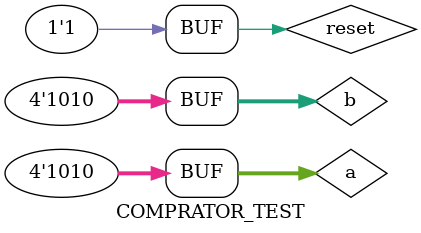
<source format=v>
`timescale 1ns / 1ps


module COMPRATOR_TEST();
reg [3:0]a,b;
reg reset;
wire agb,alb,aeb;
COMPRATOR c1(a,b,reset,agb,alb,aeb);
initial begin
reset = 0;
#10 a = 4'b0001; b = 4'b0100;  
#10 a = 4'b0100; b = 4'b0001;  
#10 a = 4'b1010; b = 4'b1010;  
#10 reset = 1;  
end    
endmodule

</source>
